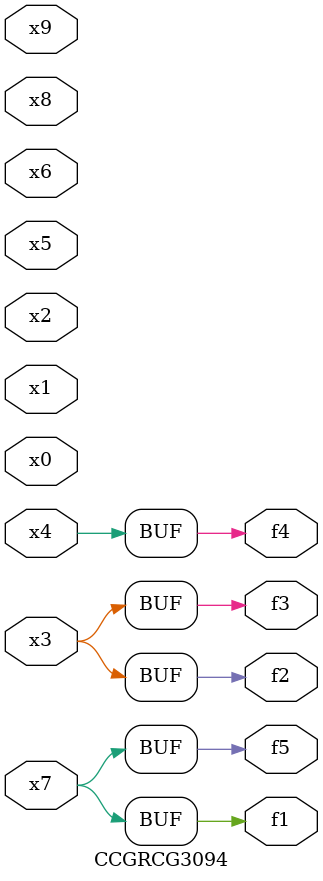
<source format=v>
module CCGRCG3094(
	input x0, x1, x2, x3, x4, x5, x6, x7, x8, x9,
	output f1, f2, f3, f4, f5
);
	assign f1 = x7;
	assign f2 = x3;
	assign f3 = x3;
	assign f4 = x4;
	assign f5 = x7;
endmodule

</source>
